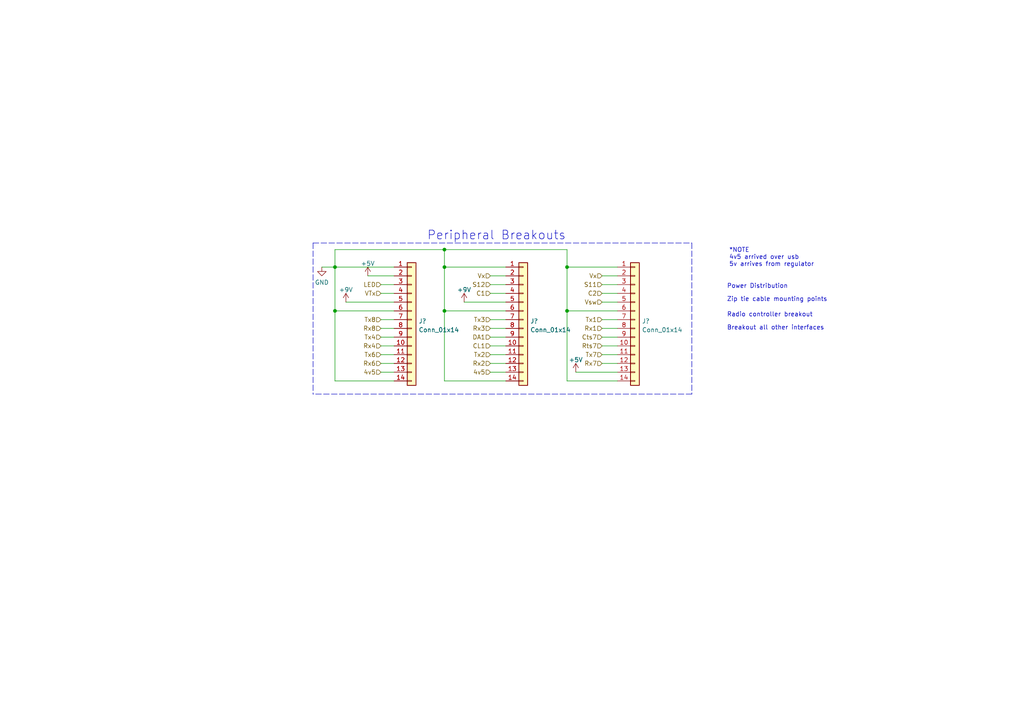
<source format=kicad_sch>
(kicad_sch (version 20211123) (generator eeschema)
  (paper "A4")
  (lib_symbols
    (symbol "Connector_Generic:Conn_01x14" (pin_names (offset 1.016) hide)
      (property "Reference" "J" (at 0 17.78 0))
      (property "Value" "Conn_01x14" (at 0 -20.32 0))
      (symbol "Conn_01x14_1_1"
        (rectangle (start -1.27 -17.653) (end 0 -17.907) (stroke (width 0.1524)))
        (rectangle (start -1.27 -15.113) (end 0 -15.367) (stroke (width 0.1524)))
        (rectangle (start -1.27 -12.573) (end 0 -12.827) (stroke (width 0.1524)))
        (rectangle (start -1.27 -10.033) (end 0 -10.287) (stroke (width 0.1524)))
        (rectangle (start -1.27 -7.493) (end 0 -7.747) (stroke (width 0.1524)))
        (rectangle (start -1.27 -4.953) (end 0 -5.207) (stroke (width 0.1524)))
        (rectangle (start -1.27 -2.413) (end 0 -2.667) (stroke (width 0.1524)))
        (rectangle (start -1.27 0.127) (end 0 -0.127) (stroke (width 0.1524)))
        (rectangle (start -1.27 2.667) (end 0 2.413) (stroke (width 0.1524)))
        (rectangle (start -1.27 5.207) (end 0 4.953) (stroke (width 0.1524)))
        (rectangle (start -1.27 7.747) (end 0 7.493) (stroke (width 0.1524)))
        (rectangle (start -1.27 10.287) (end 0 10.033) (stroke (width 0.1524)))
        (rectangle (start -1.27 12.827) (end 0 12.573) (stroke (width 0.1524)))
        (rectangle (start -1.27 15.367) (end 0 15.113) (stroke (width 0.1524)))
        (rectangle (start -1.27 16.51) (end 1.27 -19.05) (stroke (width 0.254)) (fill (type background)))
        (pin passive line (at -5.08 15.24 0) (length 3.81) (name "Pin_1") (number "1"))
        (pin passive line (at -5.08 -7.62 0) (length 3.81) (name "Pin_10") (number "10"))
        (pin passive line (at -5.08 -10.16 0) (length 3.81) (name "Pin_11") (number "11"))
        (pin passive line (at -5.08 -12.7 0) (length 3.81) (name "Pin_12") (number "12"))
        (pin passive line (at -5.08 -15.24 0) (length 3.81) (name "Pin_13") (number "13"))
        (pin passive line (at -5.08 -17.78 0) (length 3.81) (name "Pin_14") (number "14"))
        (pin passive line (at -5.08 12.7 0) (length 3.81) (name "Pin_2") (number "2"))
        (pin passive line (at -5.08 10.16 0) (length 3.81) (name "Pin_3") (number "3"))
        (pin passive line (at -5.08 7.62 0) (length 3.81) (name "Pin_4") (number "4"))
        (pin passive line (at -5.08 5.08 0) (length 3.81) (name "Pin_5") (number "5"))
        (pin passive line (at -5.08 2.54 0) (length 3.81) (name "Pin_6") (number "6"))
        (pin passive line (at -5.08 0 0) (length 3.81) (name "Pin_7") (number "7"))
        (pin passive line (at -5.08 -2.54 0) (length 3.81) (name "Pin_8") (number "8"))
        (pin passive line (at -5.08 -5.08 0) (length 3.81) (name "Pin_9") (number "9"))
      )
    )
    (symbol "power:+5V" (power) (pin_names (offset 0))
      (property "Value" "+5V" (at 0 3.556 0))
      (symbol "+5V_0_1"
        (polyline (pts (xy -0.762 1.27) (xy 0 2.54)))
        (polyline (pts (xy 0 0) (xy 0 2.54)))
        (polyline (pts (xy 0 2.54) (xy 0.762 1.27)))
      )
      (symbol "+5V_1_1"
        (pin power_in line (at 0 0 90) (length 0) hide (name "+5V") (number "1"))
      )
    )
    (symbol "power:+9V" (power) (pin_names (offset 0))
      (property "Value" "+9V" (at 0 3.556 0))
      (symbol "+9V_0_1"
        (polyline (pts (xy -0.762 1.27) (xy 0 2.54)))
        (polyline (pts (xy 0 0) (xy 0 2.54)))
        (polyline (pts (xy 0 2.54) (xy 0.762 1.27)))
      )
      (symbol "+9V_1_1"
        (pin power_in line (at 0 0 90) (length 0) hide (name "+9V") (number "1"))
      )
    )
    (symbol "power:GND" (power) (pin_names (offset 0))
      (property "Value" "GND" (at 0 -3.81 0))
      (symbol "GND_0_1"
        (polyline (pts (xy 0 0) (xy 0 -1.27) (xy 1.27 -1.27) (xy 0 -2.54) (xy -1.27 -1.27) (xy 0 -1.27)))
      )
      (symbol "GND_1_1"
        (pin power_in line (at 0 0 270) (length 0) hide (name "GND") (number "1"))
      )
    )
  )
  (junction (at 164.465 77.47))
  (junction (at 128.905 72.39))
  (junction (at 128.905 90.17))
  (junction (at 128.905 77.47))
  (junction (at 97.155 90.17))
  (junction (at 97.155 77.47))
  (junction (at 164.465 90.17))
  (wire (pts (xy 164.465 110.49) (xy 164.465 90.17)))
  (wire (pts (xy 110.49 97.79) (xy 114.3 97.79)))
  (wire (pts (xy 174.625 87.63) (xy 179.07 87.63)))
  (wire (pts (xy 174.625 92.71) (xy 179.07 92.71)))
  (wire (pts (xy 146.685 110.49) (xy 128.905 110.49)))
  (wire (pts (xy 179.07 110.49) (xy 164.465 110.49)))
  (wire (pts (xy 110.49 102.87) (xy 114.3 102.87)))
  (wire (pts (xy 142.24 85.09) (xy 146.685 85.09)))
  (wire (pts (xy 128.905 90.17) (xy 128.905 77.47)))
  (wire (pts (xy 164.465 72.39) (xy 164.465 77.47)))
  (wire (pts (xy 174.625 100.33) (xy 179.07 100.33)))
  (wire (pts (xy 110.49 107.95) (xy 114.3 107.95)))
  (wire (pts (xy 128.905 77.47) (xy 146.685 77.47)))
  (wire (pts (xy 174.625 80.01) (xy 179.07 80.01)))
  (wire (pts (xy 114.3 110.49) (xy 97.155 110.49)))
  (wire (pts (xy 97.155 77.47) (xy 114.3 77.47)))
  (wire (pts (xy 110.49 95.25) (xy 114.3 95.25)))
  (wire (pts (xy 97.155 110.49) (xy 97.155 90.17)))
  (wire (pts (xy 167.005 107.95) (xy 179.07 107.95)))
  (wire (pts (xy 142.24 95.25) (xy 146.685 95.25)))
  (wire (pts (xy 142.24 105.41) (xy 146.685 105.41)))
  (wire (pts (xy 93.345 77.47) (xy 97.155 77.47)))
  (wire (pts (xy 142.24 82.55) (xy 146.685 82.55)))
  (wire (pts (xy 106.68 80.01) (xy 114.3 80.01)))
  (polyline (pts (xy 200.66 114.3) (xy 90.805 114.3)))
  (wire (pts (xy 110.49 105.41) (xy 114.3 105.41)))
  (wire (pts (xy 174.625 95.25) (xy 179.07 95.25)))
  (wire (pts (xy 174.625 85.09) (xy 179.07 85.09)))
  (wire (pts (xy 97.155 90.17) (xy 114.3 90.17)))
  (wire (pts (xy 146.685 90.17) (xy 128.905 90.17)))
  (polyline (pts (xy 90.805 70.485) (xy 90.805 114.3)))
  (wire (pts (xy 110.49 85.09) (xy 114.3 85.09)))
  (wire (pts (xy 142.24 80.01) (xy 146.685 80.01)))
  (wire (pts (xy 164.465 90.17) (xy 179.07 90.17)))
  (wire (pts (xy 164.465 77.47) (xy 179.07 77.47)))
  (wire (pts (xy 97.155 77.47) (xy 97.155 90.17)))
  (wire (pts (xy 110.49 82.55) (xy 114.3 82.55)))
  (wire (pts (xy 110.49 100.33) (xy 114.3 100.33)))
  (wire (pts (xy 97.155 72.39) (xy 128.905 72.39)))
  (polyline (pts (xy 200.66 70.485) (xy 200.66 114.3)))
  (wire (pts (xy 174.625 105.41) (xy 179.07 105.41)))
  (wire (pts (xy 134.62 87.63) (xy 146.685 87.63)))
  (wire (pts (xy 174.625 82.55) (xy 179.07 82.55)))
  (wire (pts (xy 174.625 102.87) (xy 179.07 102.87)))
  (wire (pts (xy 142.24 107.95) (xy 146.685 107.95)))
  (wire (pts (xy 174.625 97.79) (xy 179.07 97.79)))
  (wire (pts (xy 142.24 97.79) (xy 146.685 97.79)))
  (wire (pts (xy 164.465 77.47) (xy 164.465 90.17)))
  (wire (pts (xy 142.24 100.33) (xy 146.685 100.33)))
  (wire (pts (xy 142.24 92.71) (xy 146.685 92.71)))
  (wire (pts (xy 128.905 110.49) (xy 128.905 90.17)))
  (wire (pts (xy 128.905 72.39) (xy 164.465 72.39)))
  (wire (pts (xy 142.24 102.87) (xy 146.685 102.87)))
  (polyline (pts (xy 90.805 70.485) (xy 200.66 70.485)))
  (wire (pts (xy 97.155 72.39) (xy 97.155 77.47)))
  (wire (pts (xy 100.33 87.63) (xy 114.3 87.63)))
  (wire (pts (xy 128.905 77.47) (xy 128.905 72.39)))
  (wire (pts (xy 110.49 92.71) (xy 114.3 92.71)))
  (text "Power Distribution" (at 210.82 83.82 0) (effects (font (size 1.27 1.27)) (justify left bottom)))
  (text "Radio controller breakout" (at 210.82 92.075 0) (effects (font (size 1.27 1.27)) (justify left bottom)))
  (text "*NOTE\n4v5 arrived over usb\n5v arrives from regulator" (at 211.455 77.47 0) (effects (font (size 1.27 1.27)) (justify left bottom)))
  (text "Breakout all other interfaces" (at 210.82 95.885 0) (effects (font (size 1.27 1.27)) (justify left bottom)))
  (text "Peripheral Breakouts" (at 123.825 69.85 0) (effects (font (size 2.54 2.54)) (justify left bottom)))
  (text "Zip tie cable mounting points" (at 210.82 87.63 0) (effects (font (size 1.27 1.27)) (justify left bottom)))
  (hierarchical_label "DA1" (shape input) (at 142.24 97.79 180))
  (hierarchical_label "VTx" (shape input) (at 110.49 85.09 180))
  (hierarchical_label "Rx2" (shape input) (at 142.24 105.41 180))
  (hierarchical_label "Tx8" (shape input) (at 110.49 92.71 180))
  (hierarchical_label "Rx7" (shape input) (at 174.625 105.41 180))
  (hierarchical_label "LED" (shape input) (at 110.49 82.55 180))
  (hierarchical_label "Rx8" (shape input) (at 110.49 95.25 180))
  (hierarchical_label "S12" (shape input) (at 142.24 82.55 180))
  (hierarchical_label "Tx3" (shape input) (at 142.24 92.71 180))
  (hierarchical_label "Tx1" (shape input) (at 174.625 92.71 180))
  (hierarchical_label "Tx7" (shape input) (at 174.625 102.87 180))
  (hierarchical_label "Rx3" (shape input) (at 142.24 95.25 180))
  (hierarchical_label "CL1" (shape input) (at 142.24 100.33 180))
  (hierarchical_label "Tx6" (shape input) (at 110.49 102.87 180))
  (hierarchical_label "Tx2" (shape input) (at 142.24 102.87 180))
  (hierarchical_label "Rx4" (shape input) (at 110.49 100.33 180))
  (hierarchical_label "Vx" (shape input) (at 174.625 80.01 180))
  (hierarchical_label "Tx4" (shape input) (at 110.49 97.79 180))
  (hierarchical_label "4v5" (shape input) (at 142.24 107.95 180))
  (hierarchical_label "Rx6" (shape input) (at 110.49 105.41 180))
  (hierarchical_label "Rts7" (shape input) (at 174.625 100.33 180))
  (hierarchical_label "C2" (shape input) (at 174.625 85.09 180))
  (hierarchical_label "C1" (shape input) (at 142.24 85.09 180))
  (hierarchical_label "Rx1" (shape input) (at 174.625 95.25 180))
  (hierarchical_label "Cts7" (shape input) (at 174.625 97.79 180))
  (hierarchical_label "Vsw" (shape input) (at 174.625 87.63 180))
  (hierarchical_label "Vx" (shape input) (at 142.24 80.01 180))
  (hierarchical_label "4v5" (shape input) (at 110.49 107.95 180))
  (hierarchical_label "S11" (shape input) (at 174.625 82.55 180))
  (symbol (lib_id "Connector_Generic:Conn_01x14") (at 151.765 92.71 0) (unit 1)
    (property "Reference" "J?" (at 153.797 93.1453 0) (effects (justify left)))
    (property "Value" "Conn_01x14" (at 153.797 95.6822 0) (effects (justify left)))
    (property "Footprint" "Connector_PinSocket_2.54mm:PinSocket_1x14_P2.54mm_Vertical" (effects hide))
  )
  (symbol (lib_id "Connector_Generic:Conn_01x14") (at 119.38 92.71 0) (unit 1)
    (property "Reference" "J?" (at 121.412 93.1453 0) (effects (justify left)))
    (property "Value" "Conn_01x14" (at 121.412 95.6822 0) (effects (justify left)))
    (property "Footprint" "Connector_PinSocket_2.54mm:PinSocket_1x14_P2.54mm_Vertical" (effects hide))
  )
  (symbol (lib_id "power:+9V") (at 134.62 87.63 0) (unit 1)
    (property "Reference" "#PWR?" (effects hide))
    (property "Value" "+9V" (at 134.62 84.0542 0))
  )
  (symbol (lib_id "power:+5V") (at 167.005 107.95 0) (unit 1)
    (property "Reference" "#PWR?" (effects hide))
    (property "Value" "+5V" (at 167.005 104.3742 0))
  )
  (symbol (lib_id "power:GND") (at 93.345 77.47 0) (unit 1)
    (property "Reference" "#PWR?" (effects hide))
    (property "Value" "GND" (at 93.345 81.9134 0))
  )
  (symbol (lib_id "Connector_Generic:Conn_01x14") (at 184.15 92.71 0) (unit 1)
    (property "Reference" "J?" (at 186.182 93.1453 0) (effects (justify left)))
    (property "Value" "Conn_01x14" (at 186.182 95.6822 0) (effects (justify left)))
    (property "Footprint" "Connector_PinSocket_2.54mm:PinSocket_1x14_P2.54mm_Vertical" (effects hide))
  )
  (symbol (lib_id "power:+9V") (at 100.33 87.63 0) (unit 1)
    (property "Reference" "#PWR?" (effects hide))
    (property "Value" "+9V" (at 100.33 84.0542 0))
  )
  (symbol (lib_id "power:+5V") (at 106.68 80.01 0) (unit 1)
    (property "Reference" "#PWR?" (effects hide))
    (property "Value" "+5V" (at 106.68 76.4342 0))
  )
)
</source>
